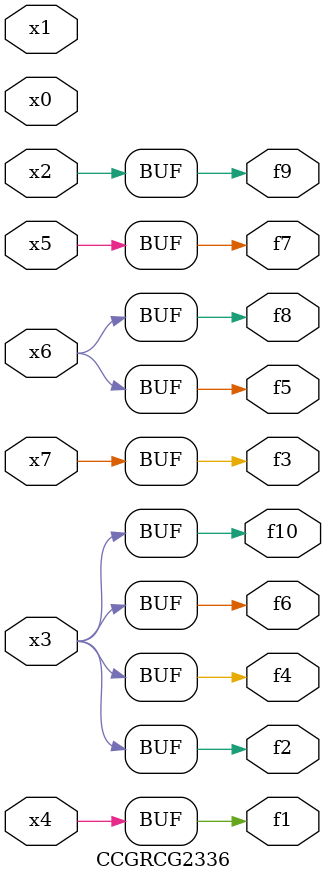
<source format=v>
module CCGRCG2336(
	input x0, x1, x2, x3, x4, x5, x6, x7,
	output f1, f2, f3, f4, f5, f6, f7, f8, f9, f10
);
	assign f1 = x4;
	assign f2 = x3;
	assign f3 = x7;
	assign f4 = x3;
	assign f5 = x6;
	assign f6 = x3;
	assign f7 = x5;
	assign f8 = x6;
	assign f9 = x2;
	assign f10 = x3;
endmodule

</source>
